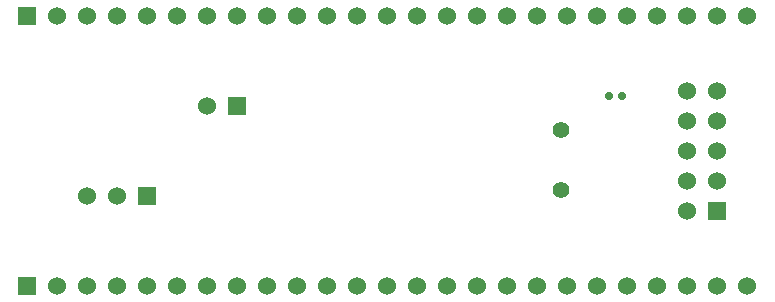
<source format=gbs>
G04 (created by PCBNEW (2013-03-31 BZR 4008)-stable) date 21.10.2013 14:27:09*
%MOIN*%
G04 Gerber Fmt 3.4, Leading zero omitted, Abs format*
%FSLAX34Y34*%
G01*
G70*
G90*
G04 APERTURE LIST*
%ADD10C,0.006*%
%ADD11R,0.06X0.06*%
%ADD12C,0.06*%
%ADD13C,0.056*%
%ADD14C,0.0275591*%
G04 APERTURE END LIST*
G54D10*
G54D11*
X84000Y-49500D03*
G54D12*
X83000Y-49500D03*
X84000Y-48500D03*
X83000Y-48500D03*
X84000Y-47500D03*
X83000Y-47500D03*
X84000Y-46500D03*
X83000Y-46500D03*
X84000Y-45500D03*
X83000Y-45500D03*
G54D11*
X65000Y-49000D03*
G54D12*
X64000Y-49000D03*
X63000Y-49000D03*
G54D11*
X68000Y-46000D03*
G54D12*
X67000Y-46000D03*
G54D11*
X61000Y-43000D03*
G54D12*
X62000Y-43000D03*
X71000Y-43000D03*
X64000Y-43000D03*
X73000Y-43000D03*
X66000Y-43000D03*
X75000Y-43000D03*
X68000Y-43000D03*
X77000Y-43000D03*
X70000Y-43000D03*
X79000Y-43000D03*
X72000Y-43000D03*
X81000Y-43000D03*
X74000Y-43000D03*
X83000Y-43000D03*
X76000Y-43000D03*
X85000Y-43000D03*
X78000Y-43000D03*
X80000Y-43000D03*
X82000Y-43000D03*
X84000Y-43000D03*
X63000Y-43000D03*
X65000Y-43000D03*
X67000Y-43000D03*
X69000Y-43000D03*
G54D11*
X61000Y-52000D03*
G54D12*
X62000Y-52000D03*
X71000Y-52000D03*
X64000Y-52000D03*
X73000Y-52000D03*
X66000Y-52000D03*
X75000Y-52000D03*
X68000Y-52000D03*
X77000Y-52000D03*
X70000Y-52000D03*
X79000Y-52000D03*
X72000Y-52000D03*
X81000Y-52000D03*
X74000Y-52000D03*
X83000Y-52000D03*
X76000Y-52000D03*
X85000Y-52000D03*
X78000Y-52000D03*
X80000Y-52000D03*
X82000Y-52000D03*
X84000Y-52000D03*
X63000Y-52000D03*
X65000Y-52000D03*
X67000Y-52000D03*
X69000Y-52000D03*
G54D13*
X78800Y-48800D03*
X78800Y-46800D03*
G54D14*
X80383Y-45667D03*
X80816Y-45667D03*
M02*

</source>
